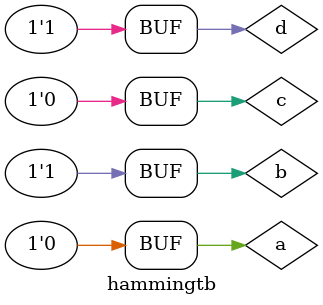
<source format=v>
`timescale 1ns / 1ps


module hammingtb();
reg a,b,c,d;
wire p1,p2,p3;
encoder2 dut(a,b,c,d,p1,p2,e,p3,f,g,h);
initial begin
    a=0;b=1;c=1;d=0;#100
    a=1;b=1;c=0;d=1;#100
    a=1;b=0;c=1;d=1;#100
    a=0;b=0;c=0;d=1;#100
    a=1;b=1;c=1;d=1;#100
    a=0;b=1;c=0;d=1;
    end
 
endmodule

</source>
